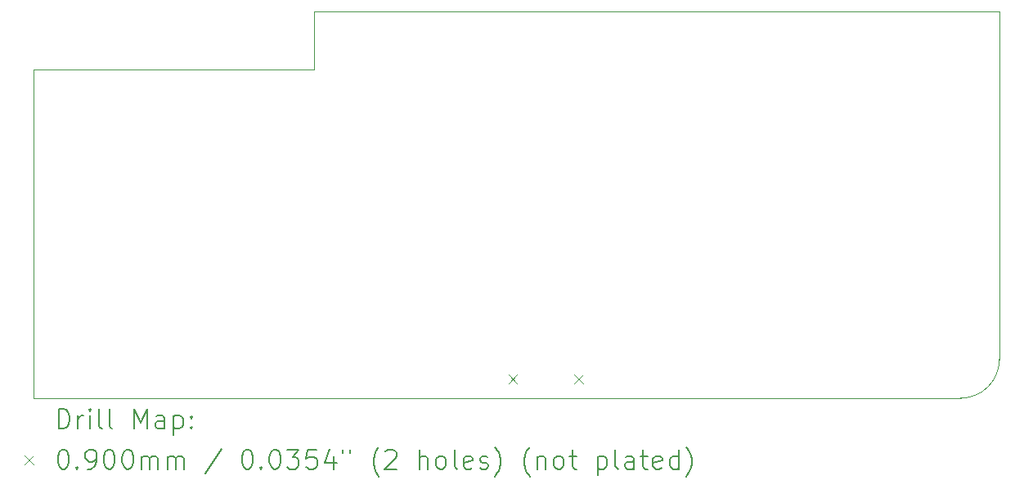
<source format=gbr>
%TF.GenerationSoftware,KiCad,Pcbnew,8.0.6-8.0.6-0~ubuntu22.04.1*%
%TF.CreationDate,2024-10-27T10:41:58+01:00*%
%TF.ProjectId,hackbat,6861636b-6261-4742-9e6b-696361645f70,rev?*%
%TF.SameCoordinates,Original*%
%TF.FileFunction,Drillmap*%
%TF.FilePolarity,Positive*%
%FSLAX45Y45*%
G04 Gerber Fmt 4.5, Leading zero omitted, Abs format (unit mm)*
G04 Created by KiCad (PCBNEW 8.0.6-8.0.6-0~ubuntu22.04.1) date 2024-10-27 10:41:58*
%MOMM*%
%LPD*%
G01*
G04 APERTURE LIST*
%ADD10C,0.050000*%
%ADD11C,0.200000*%
%ADD12C,0.100000*%
G04 APERTURE END LIST*
D10*
X23995000Y-7300000D02*
X16900000Y-7300000D01*
X14000000Y-11300000D02*
X23595000Y-11300000D01*
X16900000Y-7300000D02*
X16900000Y-7900000D01*
X23995000Y-10900000D02*
G75*
G02*
X23595000Y-11300000I-400000J0D01*
G01*
X23995000Y-10900000D02*
X23995000Y-7300000D01*
X14000000Y-7900000D02*
X14000000Y-11300000D01*
X16900000Y-7900000D02*
X14000000Y-7900000D01*
D11*
D12*
X18915000Y-11055000D02*
X19005000Y-11145000D01*
X19005000Y-11055000D02*
X18915000Y-11145000D01*
X19595000Y-11055000D02*
X19685000Y-11145000D01*
X19685000Y-11055000D02*
X19595000Y-11145000D01*
D11*
X14258277Y-11613984D02*
X14258277Y-11413984D01*
X14258277Y-11413984D02*
X14305896Y-11413984D01*
X14305896Y-11413984D02*
X14334467Y-11423508D01*
X14334467Y-11423508D02*
X14353515Y-11442555D01*
X14353515Y-11442555D02*
X14363039Y-11461603D01*
X14363039Y-11461603D02*
X14372562Y-11499698D01*
X14372562Y-11499698D02*
X14372562Y-11528269D01*
X14372562Y-11528269D02*
X14363039Y-11566365D01*
X14363039Y-11566365D02*
X14353515Y-11585412D01*
X14353515Y-11585412D02*
X14334467Y-11604460D01*
X14334467Y-11604460D02*
X14305896Y-11613984D01*
X14305896Y-11613984D02*
X14258277Y-11613984D01*
X14458277Y-11613984D02*
X14458277Y-11480650D01*
X14458277Y-11518746D02*
X14467801Y-11499698D01*
X14467801Y-11499698D02*
X14477324Y-11490174D01*
X14477324Y-11490174D02*
X14496372Y-11480650D01*
X14496372Y-11480650D02*
X14515420Y-11480650D01*
X14582086Y-11613984D02*
X14582086Y-11480650D01*
X14582086Y-11413984D02*
X14572562Y-11423508D01*
X14572562Y-11423508D02*
X14582086Y-11433031D01*
X14582086Y-11433031D02*
X14591610Y-11423508D01*
X14591610Y-11423508D02*
X14582086Y-11413984D01*
X14582086Y-11413984D02*
X14582086Y-11433031D01*
X14705896Y-11613984D02*
X14686848Y-11604460D01*
X14686848Y-11604460D02*
X14677324Y-11585412D01*
X14677324Y-11585412D02*
X14677324Y-11413984D01*
X14810658Y-11613984D02*
X14791610Y-11604460D01*
X14791610Y-11604460D02*
X14782086Y-11585412D01*
X14782086Y-11585412D02*
X14782086Y-11413984D01*
X15039229Y-11613984D02*
X15039229Y-11413984D01*
X15039229Y-11413984D02*
X15105896Y-11556841D01*
X15105896Y-11556841D02*
X15172562Y-11413984D01*
X15172562Y-11413984D02*
X15172562Y-11613984D01*
X15353515Y-11613984D02*
X15353515Y-11509222D01*
X15353515Y-11509222D02*
X15343991Y-11490174D01*
X15343991Y-11490174D02*
X15324943Y-11480650D01*
X15324943Y-11480650D02*
X15286848Y-11480650D01*
X15286848Y-11480650D02*
X15267801Y-11490174D01*
X15353515Y-11604460D02*
X15334467Y-11613984D01*
X15334467Y-11613984D02*
X15286848Y-11613984D01*
X15286848Y-11613984D02*
X15267801Y-11604460D01*
X15267801Y-11604460D02*
X15258277Y-11585412D01*
X15258277Y-11585412D02*
X15258277Y-11566365D01*
X15258277Y-11566365D02*
X15267801Y-11547317D01*
X15267801Y-11547317D02*
X15286848Y-11537793D01*
X15286848Y-11537793D02*
X15334467Y-11537793D01*
X15334467Y-11537793D02*
X15353515Y-11528269D01*
X15448753Y-11480650D02*
X15448753Y-11680650D01*
X15448753Y-11490174D02*
X15467801Y-11480650D01*
X15467801Y-11480650D02*
X15505896Y-11480650D01*
X15505896Y-11480650D02*
X15524943Y-11490174D01*
X15524943Y-11490174D02*
X15534467Y-11499698D01*
X15534467Y-11499698D02*
X15543991Y-11518746D01*
X15543991Y-11518746D02*
X15543991Y-11575888D01*
X15543991Y-11575888D02*
X15534467Y-11594936D01*
X15534467Y-11594936D02*
X15524943Y-11604460D01*
X15524943Y-11604460D02*
X15505896Y-11613984D01*
X15505896Y-11613984D02*
X15467801Y-11613984D01*
X15467801Y-11613984D02*
X15448753Y-11604460D01*
X15629705Y-11594936D02*
X15639229Y-11604460D01*
X15639229Y-11604460D02*
X15629705Y-11613984D01*
X15629705Y-11613984D02*
X15620182Y-11604460D01*
X15620182Y-11604460D02*
X15629705Y-11594936D01*
X15629705Y-11594936D02*
X15629705Y-11613984D01*
X15629705Y-11490174D02*
X15639229Y-11499698D01*
X15639229Y-11499698D02*
X15629705Y-11509222D01*
X15629705Y-11509222D02*
X15620182Y-11499698D01*
X15620182Y-11499698D02*
X15629705Y-11490174D01*
X15629705Y-11490174D02*
X15629705Y-11509222D01*
D12*
X13907500Y-11897500D02*
X13997500Y-11987500D01*
X13997500Y-11897500D02*
X13907500Y-11987500D01*
D11*
X14296372Y-11833984D02*
X14315420Y-11833984D01*
X14315420Y-11833984D02*
X14334467Y-11843508D01*
X14334467Y-11843508D02*
X14343991Y-11853031D01*
X14343991Y-11853031D02*
X14353515Y-11872079D01*
X14353515Y-11872079D02*
X14363039Y-11910174D01*
X14363039Y-11910174D02*
X14363039Y-11957793D01*
X14363039Y-11957793D02*
X14353515Y-11995888D01*
X14353515Y-11995888D02*
X14343991Y-12014936D01*
X14343991Y-12014936D02*
X14334467Y-12024460D01*
X14334467Y-12024460D02*
X14315420Y-12033984D01*
X14315420Y-12033984D02*
X14296372Y-12033984D01*
X14296372Y-12033984D02*
X14277324Y-12024460D01*
X14277324Y-12024460D02*
X14267801Y-12014936D01*
X14267801Y-12014936D02*
X14258277Y-11995888D01*
X14258277Y-11995888D02*
X14248753Y-11957793D01*
X14248753Y-11957793D02*
X14248753Y-11910174D01*
X14248753Y-11910174D02*
X14258277Y-11872079D01*
X14258277Y-11872079D02*
X14267801Y-11853031D01*
X14267801Y-11853031D02*
X14277324Y-11843508D01*
X14277324Y-11843508D02*
X14296372Y-11833984D01*
X14448753Y-12014936D02*
X14458277Y-12024460D01*
X14458277Y-12024460D02*
X14448753Y-12033984D01*
X14448753Y-12033984D02*
X14439229Y-12024460D01*
X14439229Y-12024460D02*
X14448753Y-12014936D01*
X14448753Y-12014936D02*
X14448753Y-12033984D01*
X14553515Y-12033984D02*
X14591610Y-12033984D01*
X14591610Y-12033984D02*
X14610658Y-12024460D01*
X14610658Y-12024460D02*
X14620182Y-12014936D01*
X14620182Y-12014936D02*
X14639229Y-11986365D01*
X14639229Y-11986365D02*
X14648753Y-11948269D01*
X14648753Y-11948269D02*
X14648753Y-11872079D01*
X14648753Y-11872079D02*
X14639229Y-11853031D01*
X14639229Y-11853031D02*
X14629705Y-11843508D01*
X14629705Y-11843508D02*
X14610658Y-11833984D01*
X14610658Y-11833984D02*
X14572562Y-11833984D01*
X14572562Y-11833984D02*
X14553515Y-11843508D01*
X14553515Y-11843508D02*
X14543991Y-11853031D01*
X14543991Y-11853031D02*
X14534467Y-11872079D01*
X14534467Y-11872079D02*
X14534467Y-11919698D01*
X14534467Y-11919698D02*
X14543991Y-11938746D01*
X14543991Y-11938746D02*
X14553515Y-11948269D01*
X14553515Y-11948269D02*
X14572562Y-11957793D01*
X14572562Y-11957793D02*
X14610658Y-11957793D01*
X14610658Y-11957793D02*
X14629705Y-11948269D01*
X14629705Y-11948269D02*
X14639229Y-11938746D01*
X14639229Y-11938746D02*
X14648753Y-11919698D01*
X14772562Y-11833984D02*
X14791610Y-11833984D01*
X14791610Y-11833984D02*
X14810658Y-11843508D01*
X14810658Y-11843508D02*
X14820182Y-11853031D01*
X14820182Y-11853031D02*
X14829705Y-11872079D01*
X14829705Y-11872079D02*
X14839229Y-11910174D01*
X14839229Y-11910174D02*
X14839229Y-11957793D01*
X14839229Y-11957793D02*
X14829705Y-11995888D01*
X14829705Y-11995888D02*
X14820182Y-12014936D01*
X14820182Y-12014936D02*
X14810658Y-12024460D01*
X14810658Y-12024460D02*
X14791610Y-12033984D01*
X14791610Y-12033984D02*
X14772562Y-12033984D01*
X14772562Y-12033984D02*
X14753515Y-12024460D01*
X14753515Y-12024460D02*
X14743991Y-12014936D01*
X14743991Y-12014936D02*
X14734467Y-11995888D01*
X14734467Y-11995888D02*
X14724943Y-11957793D01*
X14724943Y-11957793D02*
X14724943Y-11910174D01*
X14724943Y-11910174D02*
X14734467Y-11872079D01*
X14734467Y-11872079D02*
X14743991Y-11853031D01*
X14743991Y-11853031D02*
X14753515Y-11843508D01*
X14753515Y-11843508D02*
X14772562Y-11833984D01*
X14963039Y-11833984D02*
X14982086Y-11833984D01*
X14982086Y-11833984D02*
X15001134Y-11843508D01*
X15001134Y-11843508D02*
X15010658Y-11853031D01*
X15010658Y-11853031D02*
X15020182Y-11872079D01*
X15020182Y-11872079D02*
X15029705Y-11910174D01*
X15029705Y-11910174D02*
X15029705Y-11957793D01*
X15029705Y-11957793D02*
X15020182Y-11995888D01*
X15020182Y-11995888D02*
X15010658Y-12014936D01*
X15010658Y-12014936D02*
X15001134Y-12024460D01*
X15001134Y-12024460D02*
X14982086Y-12033984D01*
X14982086Y-12033984D02*
X14963039Y-12033984D01*
X14963039Y-12033984D02*
X14943991Y-12024460D01*
X14943991Y-12024460D02*
X14934467Y-12014936D01*
X14934467Y-12014936D02*
X14924943Y-11995888D01*
X14924943Y-11995888D02*
X14915420Y-11957793D01*
X14915420Y-11957793D02*
X14915420Y-11910174D01*
X14915420Y-11910174D02*
X14924943Y-11872079D01*
X14924943Y-11872079D02*
X14934467Y-11853031D01*
X14934467Y-11853031D02*
X14943991Y-11843508D01*
X14943991Y-11843508D02*
X14963039Y-11833984D01*
X15115420Y-12033984D02*
X15115420Y-11900650D01*
X15115420Y-11919698D02*
X15124943Y-11910174D01*
X15124943Y-11910174D02*
X15143991Y-11900650D01*
X15143991Y-11900650D02*
X15172563Y-11900650D01*
X15172563Y-11900650D02*
X15191610Y-11910174D01*
X15191610Y-11910174D02*
X15201134Y-11929222D01*
X15201134Y-11929222D02*
X15201134Y-12033984D01*
X15201134Y-11929222D02*
X15210658Y-11910174D01*
X15210658Y-11910174D02*
X15229705Y-11900650D01*
X15229705Y-11900650D02*
X15258277Y-11900650D01*
X15258277Y-11900650D02*
X15277324Y-11910174D01*
X15277324Y-11910174D02*
X15286848Y-11929222D01*
X15286848Y-11929222D02*
X15286848Y-12033984D01*
X15382086Y-12033984D02*
X15382086Y-11900650D01*
X15382086Y-11919698D02*
X15391610Y-11910174D01*
X15391610Y-11910174D02*
X15410658Y-11900650D01*
X15410658Y-11900650D02*
X15439229Y-11900650D01*
X15439229Y-11900650D02*
X15458277Y-11910174D01*
X15458277Y-11910174D02*
X15467801Y-11929222D01*
X15467801Y-11929222D02*
X15467801Y-12033984D01*
X15467801Y-11929222D02*
X15477324Y-11910174D01*
X15477324Y-11910174D02*
X15496372Y-11900650D01*
X15496372Y-11900650D02*
X15524943Y-11900650D01*
X15524943Y-11900650D02*
X15543991Y-11910174D01*
X15543991Y-11910174D02*
X15553515Y-11929222D01*
X15553515Y-11929222D02*
X15553515Y-12033984D01*
X15943991Y-11824460D02*
X15772563Y-12081603D01*
X16201134Y-11833984D02*
X16220182Y-11833984D01*
X16220182Y-11833984D02*
X16239229Y-11843508D01*
X16239229Y-11843508D02*
X16248753Y-11853031D01*
X16248753Y-11853031D02*
X16258277Y-11872079D01*
X16258277Y-11872079D02*
X16267801Y-11910174D01*
X16267801Y-11910174D02*
X16267801Y-11957793D01*
X16267801Y-11957793D02*
X16258277Y-11995888D01*
X16258277Y-11995888D02*
X16248753Y-12014936D01*
X16248753Y-12014936D02*
X16239229Y-12024460D01*
X16239229Y-12024460D02*
X16220182Y-12033984D01*
X16220182Y-12033984D02*
X16201134Y-12033984D01*
X16201134Y-12033984D02*
X16182086Y-12024460D01*
X16182086Y-12024460D02*
X16172563Y-12014936D01*
X16172563Y-12014936D02*
X16163039Y-11995888D01*
X16163039Y-11995888D02*
X16153515Y-11957793D01*
X16153515Y-11957793D02*
X16153515Y-11910174D01*
X16153515Y-11910174D02*
X16163039Y-11872079D01*
X16163039Y-11872079D02*
X16172563Y-11853031D01*
X16172563Y-11853031D02*
X16182086Y-11843508D01*
X16182086Y-11843508D02*
X16201134Y-11833984D01*
X16353515Y-12014936D02*
X16363039Y-12024460D01*
X16363039Y-12024460D02*
X16353515Y-12033984D01*
X16353515Y-12033984D02*
X16343991Y-12024460D01*
X16343991Y-12024460D02*
X16353515Y-12014936D01*
X16353515Y-12014936D02*
X16353515Y-12033984D01*
X16486848Y-11833984D02*
X16505896Y-11833984D01*
X16505896Y-11833984D02*
X16524944Y-11843508D01*
X16524944Y-11843508D02*
X16534467Y-11853031D01*
X16534467Y-11853031D02*
X16543991Y-11872079D01*
X16543991Y-11872079D02*
X16553515Y-11910174D01*
X16553515Y-11910174D02*
X16553515Y-11957793D01*
X16553515Y-11957793D02*
X16543991Y-11995888D01*
X16543991Y-11995888D02*
X16534467Y-12014936D01*
X16534467Y-12014936D02*
X16524944Y-12024460D01*
X16524944Y-12024460D02*
X16505896Y-12033984D01*
X16505896Y-12033984D02*
X16486848Y-12033984D01*
X16486848Y-12033984D02*
X16467801Y-12024460D01*
X16467801Y-12024460D02*
X16458277Y-12014936D01*
X16458277Y-12014936D02*
X16448753Y-11995888D01*
X16448753Y-11995888D02*
X16439229Y-11957793D01*
X16439229Y-11957793D02*
X16439229Y-11910174D01*
X16439229Y-11910174D02*
X16448753Y-11872079D01*
X16448753Y-11872079D02*
X16458277Y-11853031D01*
X16458277Y-11853031D02*
X16467801Y-11843508D01*
X16467801Y-11843508D02*
X16486848Y-11833984D01*
X16620182Y-11833984D02*
X16743991Y-11833984D01*
X16743991Y-11833984D02*
X16677325Y-11910174D01*
X16677325Y-11910174D02*
X16705896Y-11910174D01*
X16705896Y-11910174D02*
X16724944Y-11919698D01*
X16724944Y-11919698D02*
X16734467Y-11929222D01*
X16734467Y-11929222D02*
X16743991Y-11948269D01*
X16743991Y-11948269D02*
X16743991Y-11995888D01*
X16743991Y-11995888D02*
X16734467Y-12014936D01*
X16734467Y-12014936D02*
X16724944Y-12024460D01*
X16724944Y-12024460D02*
X16705896Y-12033984D01*
X16705896Y-12033984D02*
X16648753Y-12033984D01*
X16648753Y-12033984D02*
X16629706Y-12024460D01*
X16629706Y-12024460D02*
X16620182Y-12014936D01*
X16924944Y-11833984D02*
X16829706Y-11833984D01*
X16829706Y-11833984D02*
X16820182Y-11929222D01*
X16820182Y-11929222D02*
X16829706Y-11919698D01*
X16829706Y-11919698D02*
X16848753Y-11910174D01*
X16848753Y-11910174D02*
X16896372Y-11910174D01*
X16896372Y-11910174D02*
X16915420Y-11919698D01*
X16915420Y-11919698D02*
X16924944Y-11929222D01*
X16924944Y-11929222D02*
X16934468Y-11948269D01*
X16934468Y-11948269D02*
X16934468Y-11995888D01*
X16934468Y-11995888D02*
X16924944Y-12014936D01*
X16924944Y-12014936D02*
X16915420Y-12024460D01*
X16915420Y-12024460D02*
X16896372Y-12033984D01*
X16896372Y-12033984D02*
X16848753Y-12033984D01*
X16848753Y-12033984D02*
X16829706Y-12024460D01*
X16829706Y-12024460D02*
X16820182Y-12014936D01*
X17105896Y-11900650D02*
X17105896Y-12033984D01*
X17058277Y-11824460D02*
X17010658Y-11967317D01*
X17010658Y-11967317D02*
X17134468Y-11967317D01*
X17201134Y-11833984D02*
X17201134Y-11872079D01*
X17277325Y-11833984D02*
X17277325Y-11872079D01*
X17572563Y-12110174D02*
X17563039Y-12100650D01*
X17563039Y-12100650D02*
X17543991Y-12072079D01*
X17543991Y-12072079D02*
X17534468Y-12053031D01*
X17534468Y-12053031D02*
X17524944Y-12024460D01*
X17524944Y-12024460D02*
X17515420Y-11976841D01*
X17515420Y-11976841D02*
X17515420Y-11938746D01*
X17515420Y-11938746D02*
X17524944Y-11891127D01*
X17524944Y-11891127D02*
X17534468Y-11862555D01*
X17534468Y-11862555D02*
X17543991Y-11843508D01*
X17543991Y-11843508D02*
X17563039Y-11814936D01*
X17563039Y-11814936D02*
X17572563Y-11805412D01*
X17639230Y-11853031D02*
X17648753Y-11843508D01*
X17648753Y-11843508D02*
X17667801Y-11833984D01*
X17667801Y-11833984D02*
X17715420Y-11833984D01*
X17715420Y-11833984D02*
X17734468Y-11843508D01*
X17734468Y-11843508D02*
X17743991Y-11853031D01*
X17743991Y-11853031D02*
X17753515Y-11872079D01*
X17753515Y-11872079D02*
X17753515Y-11891127D01*
X17753515Y-11891127D02*
X17743991Y-11919698D01*
X17743991Y-11919698D02*
X17629706Y-12033984D01*
X17629706Y-12033984D02*
X17753515Y-12033984D01*
X17991611Y-12033984D02*
X17991611Y-11833984D01*
X18077325Y-12033984D02*
X18077325Y-11929222D01*
X18077325Y-11929222D02*
X18067801Y-11910174D01*
X18067801Y-11910174D02*
X18048753Y-11900650D01*
X18048753Y-11900650D02*
X18020182Y-11900650D01*
X18020182Y-11900650D02*
X18001134Y-11910174D01*
X18001134Y-11910174D02*
X17991611Y-11919698D01*
X18201134Y-12033984D02*
X18182087Y-12024460D01*
X18182087Y-12024460D02*
X18172563Y-12014936D01*
X18172563Y-12014936D02*
X18163039Y-11995888D01*
X18163039Y-11995888D02*
X18163039Y-11938746D01*
X18163039Y-11938746D02*
X18172563Y-11919698D01*
X18172563Y-11919698D02*
X18182087Y-11910174D01*
X18182087Y-11910174D02*
X18201134Y-11900650D01*
X18201134Y-11900650D02*
X18229706Y-11900650D01*
X18229706Y-11900650D02*
X18248753Y-11910174D01*
X18248753Y-11910174D02*
X18258277Y-11919698D01*
X18258277Y-11919698D02*
X18267801Y-11938746D01*
X18267801Y-11938746D02*
X18267801Y-11995888D01*
X18267801Y-11995888D02*
X18258277Y-12014936D01*
X18258277Y-12014936D02*
X18248753Y-12024460D01*
X18248753Y-12024460D02*
X18229706Y-12033984D01*
X18229706Y-12033984D02*
X18201134Y-12033984D01*
X18382087Y-12033984D02*
X18363039Y-12024460D01*
X18363039Y-12024460D02*
X18353515Y-12005412D01*
X18353515Y-12005412D02*
X18353515Y-11833984D01*
X18534468Y-12024460D02*
X18515420Y-12033984D01*
X18515420Y-12033984D02*
X18477325Y-12033984D01*
X18477325Y-12033984D02*
X18458277Y-12024460D01*
X18458277Y-12024460D02*
X18448753Y-12005412D01*
X18448753Y-12005412D02*
X18448753Y-11929222D01*
X18448753Y-11929222D02*
X18458277Y-11910174D01*
X18458277Y-11910174D02*
X18477325Y-11900650D01*
X18477325Y-11900650D02*
X18515420Y-11900650D01*
X18515420Y-11900650D02*
X18534468Y-11910174D01*
X18534468Y-11910174D02*
X18543992Y-11929222D01*
X18543992Y-11929222D02*
X18543992Y-11948269D01*
X18543992Y-11948269D02*
X18448753Y-11967317D01*
X18620182Y-12024460D02*
X18639230Y-12033984D01*
X18639230Y-12033984D02*
X18677325Y-12033984D01*
X18677325Y-12033984D02*
X18696373Y-12024460D01*
X18696373Y-12024460D02*
X18705896Y-12005412D01*
X18705896Y-12005412D02*
X18705896Y-11995888D01*
X18705896Y-11995888D02*
X18696373Y-11976841D01*
X18696373Y-11976841D02*
X18677325Y-11967317D01*
X18677325Y-11967317D02*
X18648753Y-11967317D01*
X18648753Y-11967317D02*
X18629706Y-11957793D01*
X18629706Y-11957793D02*
X18620182Y-11938746D01*
X18620182Y-11938746D02*
X18620182Y-11929222D01*
X18620182Y-11929222D02*
X18629706Y-11910174D01*
X18629706Y-11910174D02*
X18648753Y-11900650D01*
X18648753Y-11900650D02*
X18677325Y-11900650D01*
X18677325Y-11900650D02*
X18696373Y-11910174D01*
X18772563Y-12110174D02*
X18782087Y-12100650D01*
X18782087Y-12100650D02*
X18801134Y-12072079D01*
X18801134Y-12072079D02*
X18810658Y-12053031D01*
X18810658Y-12053031D02*
X18820182Y-12024460D01*
X18820182Y-12024460D02*
X18829706Y-11976841D01*
X18829706Y-11976841D02*
X18829706Y-11938746D01*
X18829706Y-11938746D02*
X18820182Y-11891127D01*
X18820182Y-11891127D02*
X18810658Y-11862555D01*
X18810658Y-11862555D02*
X18801134Y-11843508D01*
X18801134Y-11843508D02*
X18782087Y-11814936D01*
X18782087Y-11814936D02*
X18772563Y-11805412D01*
X19134468Y-12110174D02*
X19124944Y-12100650D01*
X19124944Y-12100650D02*
X19105896Y-12072079D01*
X19105896Y-12072079D02*
X19096373Y-12053031D01*
X19096373Y-12053031D02*
X19086849Y-12024460D01*
X19086849Y-12024460D02*
X19077325Y-11976841D01*
X19077325Y-11976841D02*
X19077325Y-11938746D01*
X19077325Y-11938746D02*
X19086849Y-11891127D01*
X19086849Y-11891127D02*
X19096373Y-11862555D01*
X19096373Y-11862555D02*
X19105896Y-11843508D01*
X19105896Y-11843508D02*
X19124944Y-11814936D01*
X19124944Y-11814936D02*
X19134468Y-11805412D01*
X19210658Y-11900650D02*
X19210658Y-12033984D01*
X19210658Y-11919698D02*
X19220182Y-11910174D01*
X19220182Y-11910174D02*
X19239230Y-11900650D01*
X19239230Y-11900650D02*
X19267801Y-11900650D01*
X19267801Y-11900650D02*
X19286849Y-11910174D01*
X19286849Y-11910174D02*
X19296373Y-11929222D01*
X19296373Y-11929222D02*
X19296373Y-12033984D01*
X19420182Y-12033984D02*
X19401134Y-12024460D01*
X19401134Y-12024460D02*
X19391611Y-12014936D01*
X19391611Y-12014936D02*
X19382087Y-11995888D01*
X19382087Y-11995888D02*
X19382087Y-11938746D01*
X19382087Y-11938746D02*
X19391611Y-11919698D01*
X19391611Y-11919698D02*
X19401134Y-11910174D01*
X19401134Y-11910174D02*
X19420182Y-11900650D01*
X19420182Y-11900650D02*
X19448754Y-11900650D01*
X19448754Y-11900650D02*
X19467801Y-11910174D01*
X19467801Y-11910174D02*
X19477325Y-11919698D01*
X19477325Y-11919698D02*
X19486849Y-11938746D01*
X19486849Y-11938746D02*
X19486849Y-11995888D01*
X19486849Y-11995888D02*
X19477325Y-12014936D01*
X19477325Y-12014936D02*
X19467801Y-12024460D01*
X19467801Y-12024460D02*
X19448754Y-12033984D01*
X19448754Y-12033984D02*
X19420182Y-12033984D01*
X19543992Y-11900650D02*
X19620182Y-11900650D01*
X19572563Y-11833984D02*
X19572563Y-12005412D01*
X19572563Y-12005412D02*
X19582087Y-12024460D01*
X19582087Y-12024460D02*
X19601134Y-12033984D01*
X19601134Y-12033984D02*
X19620182Y-12033984D01*
X19839230Y-11900650D02*
X19839230Y-12100650D01*
X19839230Y-11910174D02*
X19858277Y-11900650D01*
X19858277Y-11900650D02*
X19896373Y-11900650D01*
X19896373Y-11900650D02*
X19915420Y-11910174D01*
X19915420Y-11910174D02*
X19924944Y-11919698D01*
X19924944Y-11919698D02*
X19934468Y-11938746D01*
X19934468Y-11938746D02*
X19934468Y-11995888D01*
X19934468Y-11995888D02*
X19924944Y-12014936D01*
X19924944Y-12014936D02*
X19915420Y-12024460D01*
X19915420Y-12024460D02*
X19896373Y-12033984D01*
X19896373Y-12033984D02*
X19858277Y-12033984D01*
X19858277Y-12033984D02*
X19839230Y-12024460D01*
X20048754Y-12033984D02*
X20029706Y-12024460D01*
X20029706Y-12024460D02*
X20020182Y-12005412D01*
X20020182Y-12005412D02*
X20020182Y-11833984D01*
X20210658Y-12033984D02*
X20210658Y-11929222D01*
X20210658Y-11929222D02*
X20201135Y-11910174D01*
X20201135Y-11910174D02*
X20182087Y-11900650D01*
X20182087Y-11900650D02*
X20143992Y-11900650D01*
X20143992Y-11900650D02*
X20124944Y-11910174D01*
X20210658Y-12024460D02*
X20191611Y-12033984D01*
X20191611Y-12033984D02*
X20143992Y-12033984D01*
X20143992Y-12033984D02*
X20124944Y-12024460D01*
X20124944Y-12024460D02*
X20115420Y-12005412D01*
X20115420Y-12005412D02*
X20115420Y-11986365D01*
X20115420Y-11986365D02*
X20124944Y-11967317D01*
X20124944Y-11967317D02*
X20143992Y-11957793D01*
X20143992Y-11957793D02*
X20191611Y-11957793D01*
X20191611Y-11957793D02*
X20210658Y-11948269D01*
X20277325Y-11900650D02*
X20353515Y-11900650D01*
X20305896Y-11833984D02*
X20305896Y-12005412D01*
X20305896Y-12005412D02*
X20315420Y-12024460D01*
X20315420Y-12024460D02*
X20334468Y-12033984D01*
X20334468Y-12033984D02*
X20353515Y-12033984D01*
X20496373Y-12024460D02*
X20477325Y-12033984D01*
X20477325Y-12033984D02*
X20439230Y-12033984D01*
X20439230Y-12033984D02*
X20420182Y-12024460D01*
X20420182Y-12024460D02*
X20410658Y-12005412D01*
X20410658Y-12005412D02*
X20410658Y-11929222D01*
X20410658Y-11929222D02*
X20420182Y-11910174D01*
X20420182Y-11910174D02*
X20439230Y-11900650D01*
X20439230Y-11900650D02*
X20477325Y-11900650D01*
X20477325Y-11900650D02*
X20496373Y-11910174D01*
X20496373Y-11910174D02*
X20505896Y-11929222D01*
X20505896Y-11929222D02*
X20505896Y-11948269D01*
X20505896Y-11948269D02*
X20410658Y-11967317D01*
X20677325Y-12033984D02*
X20677325Y-11833984D01*
X20677325Y-12024460D02*
X20658277Y-12033984D01*
X20658277Y-12033984D02*
X20620182Y-12033984D01*
X20620182Y-12033984D02*
X20601135Y-12024460D01*
X20601135Y-12024460D02*
X20591611Y-12014936D01*
X20591611Y-12014936D02*
X20582087Y-11995888D01*
X20582087Y-11995888D02*
X20582087Y-11938746D01*
X20582087Y-11938746D02*
X20591611Y-11919698D01*
X20591611Y-11919698D02*
X20601135Y-11910174D01*
X20601135Y-11910174D02*
X20620182Y-11900650D01*
X20620182Y-11900650D02*
X20658277Y-11900650D01*
X20658277Y-11900650D02*
X20677325Y-11910174D01*
X20753516Y-12110174D02*
X20763039Y-12100650D01*
X20763039Y-12100650D02*
X20782087Y-12072079D01*
X20782087Y-12072079D02*
X20791611Y-12053031D01*
X20791611Y-12053031D02*
X20801135Y-12024460D01*
X20801135Y-12024460D02*
X20810658Y-11976841D01*
X20810658Y-11976841D02*
X20810658Y-11938746D01*
X20810658Y-11938746D02*
X20801135Y-11891127D01*
X20801135Y-11891127D02*
X20791611Y-11862555D01*
X20791611Y-11862555D02*
X20782087Y-11843508D01*
X20782087Y-11843508D02*
X20763039Y-11814936D01*
X20763039Y-11814936D02*
X20753516Y-11805412D01*
M02*

</source>
